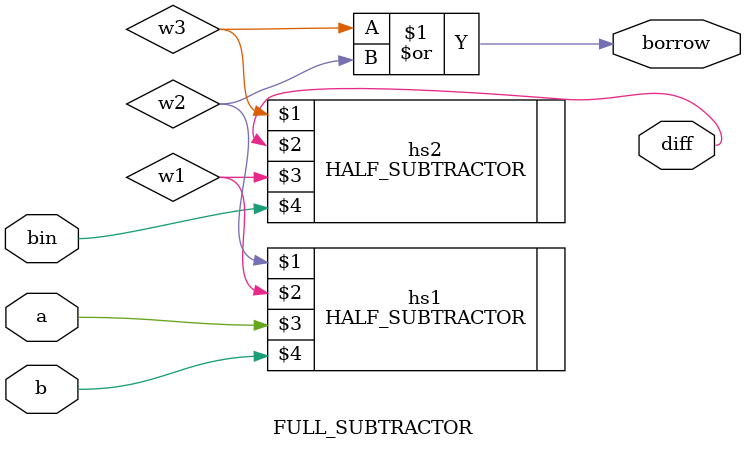
<source format=v>
module FULL_SUBTRACTOR(borrow,diff,a,b,bin);
input a,b,bin;
output borrow,diff;
wire w1,w2,w3;
HALF_SUBTRACTOR hs1(w2,w1,a,b);
HALF_SUBTRACTOR hs2(w3,diff,w1,bin);
or(borrow,w3,w2);
endmodule
</source>
